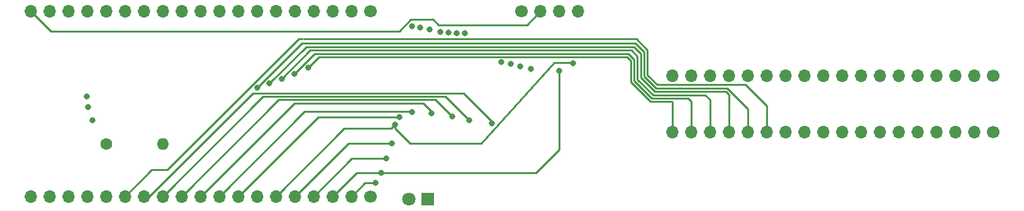
<source format=gbr>
%TF.GenerationSoftware,KiCad,Pcbnew,(6.0.6)*%
%TF.CreationDate,2022-07-10T22:52:01+02:00*%
%TF.ProjectId,ESP32_DevKit_C_v4-AZDelivery_Breadboard_Adapter,45535033-325f-4446-9576-4b69745f435f,rev?*%
%TF.SameCoordinates,Original*%
%TF.FileFunction,Copper,L2,Inr*%
%TF.FilePolarity,Positive*%
%FSLAX46Y46*%
G04 Gerber Fmt 4.6, Leading zero omitted, Abs format (unit mm)*
G04 Created by KiCad (PCBNEW (6.0.6)) date 2022-07-10 22:52:01*
%MOMM*%
%LPD*%
G01*
G04 APERTURE LIST*
%TA.AperFunction,ComponentPad*%
%ADD10C,1.800000*%
%TD*%
%TA.AperFunction,ComponentPad*%
%ADD11R,1.800000X1.800000*%
%TD*%
%TA.AperFunction,ComponentPad*%
%ADD12O,1.600000X1.600000*%
%TD*%
%TA.AperFunction,ComponentPad*%
%ADD13C,1.600000*%
%TD*%
%TA.AperFunction,ComponentPad*%
%ADD14O,1.700000X1.700000*%
%TD*%
%TA.AperFunction,ComponentPad*%
%ADD15C,1.700000*%
%TD*%
%TA.AperFunction,ViaPad*%
%ADD16C,0.800000*%
%TD*%
%TA.AperFunction,Conductor*%
%ADD17C,0.250000*%
%TD*%
G04 APERTURE END LIST*
D10*
%TO.N,Net-(D1-Pad2)*%
%TO.C,D1*%
X127060000Y-80190000D03*
D11*
%TO.N,GND*%
X129600000Y-80190000D03*
%TD*%
D12*
%TO.N,Net-(D1-Pad2)*%
%TO.C,R1*%
X93970000Y-72690000D03*
D13*
%TO.N,GPIO2*%
X86350000Y-72690000D03*
%TD*%
D14*
%TO.N,GPIO21*%
%TO.C,J5*%
X149860000Y-54790000D03*
%TO.N,GPIO22*%
X147320000Y-54790000D03*
%TO.N,+5V*%
X144780000Y-54790000D03*
D15*
%TO.N,GND*%
X142240000Y-54790000D03*
%TD*%
%TO.N,GND*%
%TO.C,J4*%
X205740000Y-71120000D03*
D14*
%TO.N,GPIO23*%
X203200000Y-71120000D03*
%TO.N,GPIO22*%
X200660000Y-71120000D03*
%TO.N,GPIO1*%
X198120000Y-71120000D03*
%TO.N,GPIO3*%
X195580000Y-71120000D03*
%TO.N,GPIO21*%
X193040000Y-71120000D03*
%TO.N,GPIO19*%
X190500000Y-71120000D03*
%TO.N,GPIO18*%
X187960000Y-71120000D03*
%TO.N,GPIO5*%
X185420000Y-71120000D03*
%TO.N,GPIO17*%
X182880000Y-71120000D03*
%TO.N,GPIO16*%
X180340000Y-71120000D03*
%TO.N,GPIO4*%
X177800000Y-71120000D03*
%TO.N,GPIO0*%
X175260000Y-71120000D03*
%TO.N,GPIO2*%
X172720000Y-71120000D03*
%TO.N,GPIO15*%
X170180000Y-71120000D03*
%TO.N,GPIO8*%
X167640000Y-71120000D03*
%TO.N,GPIO7*%
X165100000Y-71120000D03*
%TO.N,GPIO6*%
X162560000Y-71120000D03*
%TD*%
D15*
%TO.N,+3.3V*%
%TO.C,J3*%
X205740000Y-63500000D03*
D14*
%TO.N,RESET*%
X203200000Y-63500000D03*
%TO.N,GPIO36*%
X200660000Y-63500000D03*
%TO.N,GPIO39*%
X198120000Y-63500000D03*
%TO.N,GPIO34*%
X195580000Y-63500000D03*
%TO.N,GPIO35*%
X193040000Y-63500000D03*
%TO.N,GPIO32*%
X190500000Y-63500000D03*
%TO.N,GPIO33*%
X187960000Y-63500000D03*
%TO.N,GPIO25*%
X185420000Y-63500000D03*
%TO.N,GPIO26*%
X182880000Y-63500000D03*
%TO.N,GPIO27*%
X180340000Y-63500000D03*
%TO.N,GPIO14*%
X177800000Y-63500000D03*
%TO.N,GPIO12*%
X175260000Y-63500000D03*
%TO.N,GPIO13*%
X172720000Y-63500000D03*
%TO.N,GPIO9*%
X170180000Y-63500000D03*
%TO.N,GPIO10*%
X167640000Y-63500000D03*
%TO.N,GPIO11*%
X165100000Y-63500000D03*
%TO.N,+5V*%
X162560000Y-63500000D03*
%TD*%
D15*
%TO.N,GND*%
%TO.C,J2*%
X121900000Y-79790000D03*
D14*
%TO.N,GPIO23*%
X119360000Y-79790000D03*
%TO.N,GPIO22*%
X116820000Y-79790000D03*
%TO.N,GPIO1*%
X114280000Y-79790000D03*
%TO.N,GPIO3*%
X111740000Y-79790000D03*
%TO.N,GPIO21*%
X109200000Y-79790000D03*
%TO.N,GND*%
X106660000Y-79790000D03*
%TO.N,GPIO19*%
X104120000Y-79790000D03*
%TO.N,GPIO18*%
X101580000Y-79790000D03*
%TO.N,GPIO5*%
X99040000Y-79790000D03*
%TO.N,GPIO17*%
X96500000Y-79790000D03*
%TO.N,GPIO16*%
X93960000Y-79790000D03*
%TO.N,GPIO4*%
X91420000Y-79790000D03*
%TO.N,GPIO0*%
X88880000Y-79790000D03*
%TO.N,GPIO2*%
X86340000Y-79790000D03*
%TO.N,GPIO15*%
X83800000Y-79790000D03*
%TO.N,GPIO8*%
X81260000Y-79790000D03*
%TO.N,GPIO7*%
X78720000Y-79790000D03*
%TO.N,GPIO6*%
X76180000Y-79790000D03*
%TD*%
D15*
%TO.N,+3.3V*%
%TO.C,J1*%
X121900000Y-54790000D03*
D14*
%TO.N,RESET*%
X119360000Y-54790000D03*
%TO.N,GPIO36*%
X116820000Y-54790000D03*
%TO.N,GPIO39*%
X114280000Y-54790000D03*
%TO.N,GPIO34*%
X111740000Y-54790000D03*
%TO.N,GPIO35*%
X109200000Y-54790000D03*
%TO.N,GPIO32*%
X106660000Y-54790000D03*
%TO.N,GPIO33*%
X104120000Y-54790000D03*
%TO.N,GPIO25*%
X101580000Y-54790000D03*
%TO.N,GPIO26*%
X99040000Y-54790000D03*
%TO.N,GPIO27*%
X96500000Y-54790000D03*
%TO.N,GPIO14*%
X93960000Y-54790000D03*
%TO.N,GPIO12*%
X91420000Y-54790000D03*
%TO.N,GND*%
X88880000Y-54790000D03*
%TO.N,GPIO13*%
X86340000Y-54790000D03*
%TO.N,GPIO9*%
X83800000Y-54790000D03*
%TO.N,GPIO10*%
X81260000Y-54790000D03*
%TO.N,GPIO11*%
X78720000Y-54790000D03*
%TO.N,+5V*%
X76180000Y-54790000D03*
%TD*%
D16*
%TO.N,GPIO21*%
X149200000Y-61790000D03*
%TO.N,GPIO22*%
X147300000Y-62775500D03*
%TO.N,GPIO12*%
X84501305Y-69491305D03*
%TO.N,GPIO13*%
X83900000Y-67690000D03*
%TO.N,GPIO9*%
X83737701Y-66252299D03*
%TO.N,GPIO14*%
X143470147Y-62519853D03*
%TO.N,GPIO27*%
X142107847Y-62182153D03*
%TO.N,GPIO26*%
X140795548Y-61894452D03*
%TO.N,GPIO25*%
X139534194Y-61657698D03*
%TO.N,GPIO33*%
X134617398Y-57765500D03*
%TO.N,GPIO32*%
X133514499Y-57706099D03*
%TO.N,GPIO35*%
X132396049Y-57612249D03*
%TO.N,GPIO34*%
X131274600Y-57515400D03*
%TO.N,GPIO39*%
X129912300Y-57177700D03*
%TO.N,GPIO36*%
X128599386Y-56939382D03*
%TO.N,RESET*%
X127462702Y-56827297D03*
%TO.N,GPIO6*%
X113511499Y-62401499D03*
%TO.N,GPIO7*%
X111699199Y-63189199D03*
%TO.N,GPIO8*%
X109936899Y-63926899D03*
%TO.N,GPIO15*%
X108324599Y-64514599D03*
%TO.N,GPIO2*%
X106712299Y-65102299D03*
%TO.N,GPIO4*%
X138271014Y-69914500D03*
%TO.N,GPIO16*%
X135200000Y-69464500D03*
%TO.N,GPIO17*%
X132900000Y-69014500D03*
%TO.N,GPIO5*%
X130100000Y-68564500D03*
%TO.N,GPIO18*%
X127524599Y-68414600D03*
%TO.N,GPIO19*%
X125852684Y-69061915D03*
%TO.N,GPIO21*%
X125248000Y-70090000D03*
%TO.N,GPIO3*%
X124798000Y-72590000D03*
%TO.N,GPIO1*%
X124073500Y-74690000D03*
%TO.N,GPIO22*%
X123349000Y-76590000D03*
%TO.N,GPIO23*%
X122624500Y-77990000D03*
%TD*%
D17*
%TO.N,GPIO21*%
X125248000Y-70590000D02*
X127248000Y-72590000D01*
X125248000Y-70090000D02*
X125248000Y-70590000D01*
X118400000Y-70590000D02*
X109200000Y-79790000D01*
X124748000Y-70590000D02*
X118400000Y-70590000D01*
X125248000Y-70090000D02*
X124748000Y-70590000D01*
X136849805Y-72590000D02*
X146600000Y-61690000D01*
%TO.N,GPIO4*%
X134425500Y-65840000D02*
X106100991Y-65840000D01*
X138271014Y-69685514D02*
X134425500Y-65840000D01*
X138271014Y-69914500D02*
X138271014Y-69685514D01*
X92150991Y-79790000D02*
X91420000Y-79790000D01*
X106100991Y-65840000D02*
X92150991Y-79790000D01*
%TO.N,GPIO21*%
X149100000Y-61690000D02*
X149200000Y-61790000D01*
X146600000Y-61690000D02*
X149100000Y-61690000D01*
X127248000Y-72590000D02*
X136849805Y-72590000D01*
%TO.N,GPIO22*%
X146600000Y-74190000D02*
X147300000Y-73490000D01*
X144200000Y-76590000D02*
X146600000Y-74190000D01*
X147300000Y-73490000D02*
X147300000Y-62775500D01*
X123349000Y-76590000D02*
X144200000Y-76590000D01*
%TO.N,+5V*%
X78880000Y-57490000D02*
X76180000Y-54790000D01*
X125774694Y-57490000D02*
X78880000Y-57490000D01*
X127374694Y-55890000D02*
X125774694Y-57490000D01*
X130400000Y-55890000D02*
X127374694Y-55890000D01*
X131100000Y-56590000D02*
X130400000Y-55890000D01*
X142980000Y-56590000D02*
X131100000Y-56590000D01*
X144780000Y-54790000D02*
X142980000Y-56590000D01*
%TO.N,GPIO6*%
X114979800Y-60933198D02*
X113511499Y-62401499D01*
X159611218Y-66983198D02*
X156950000Y-64321980D01*
X162500000Y-66983198D02*
X159611218Y-66983198D01*
X156456802Y-60933198D02*
X114979800Y-60933198D01*
X162560000Y-67043198D02*
X162500000Y-66983198D01*
X156950000Y-61426396D02*
X156456802Y-60933198D01*
X162560000Y-71120000D02*
X162560000Y-67043198D01*
X156950000Y-64321980D02*
X156950000Y-61426396D01*
%TO.N,GPIO7*%
X157400000Y-61240000D02*
X156643198Y-60483198D01*
X159797614Y-66533198D02*
X157400000Y-64135584D01*
X156643198Y-60483198D02*
X114405200Y-60483198D01*
X164700000Y-66533198D02*
X159797614Y-66533198D01*
X157400000Y-64135584D02*
X157400000Y-61240000D01*
X114405200Y-60483198D02*
X111699199Y-63189199D01*
X165100000Y-66933198D02*
X164700000Y-66533198D01*
X165100000Y-71120000D02*
X165100000Y-66933198D01*
%TO.N,GPIO0*%
X159200000Y-59990000D02*
X157700000Y-58490000D01*
X159200000Y-63390000D02*
X159200000Y-59990000D01*
X160500000Y-64690000D02*
X159200000Y-63390000D01*
X172400000Y-64690000D02*
X160500000Y-64690000D01*
X175260000Y-67550000D02*
X172400000Y-64690000D01*
X157700000Y-58490000D02*
X112900000Y-58490000D01*
X175260000Y-71120000D02*
X175260000Y-67550000D01*
%TO.N,GPIO8*%
X113830600Y-60033198D02*
X109936899Y-63926899D01*
X159984010Y-66083198D02*
X157850000Y-63949188D01*
X167000000Y-66083198D02*
X159984010Y-66083198D01*
X157850000Y-63949188D02*
X157850000Y-60840000D01*
X157850000Y-60840000D02*
X157043198Y-60033198D01*
X167640000Y-66723198D02*
X167000000Y-66083198D01*
X157043198Y-60033198D02*
X113830600Y-60033198D01*
X167640000Y-71120000D02*
X167640000Y-66723198D01*
%TO.N,GPIO0*%
X92480000Y-76190000D02*
X88880000Y-79790000D01*
X94600000Y-76190000D02*
X92480000Y-76190000D01*
X112300000Y-58490000D02*
X94600000Y-76190000D01*
X112800000Y-58490000D02*
X112300000Y-58490000D01*
%TO.N,GPIO15*%
X157406802Y-59583198D02*
X113256000Y-59583198D01*
X113256000Y-59583198D02*
X108324599Y-64514599D01*
X158300000Y-60476396D02*
X157406802Y-59583198D01*
X158300000Y-61690000D02*
X158300000Y-60476396D01*
%TO.N,GPIO2*%
X112724598Y-59090000D02*
X106712299Y-65102299D01*
X148500000Y-59090000D02*
X112724598Y-59090000D01*
X157550000Y-59090000D02*
X148500000Y-59090000D01*
X158750000Y-60290000D02*
X157550000Y-59090000D01*
%TO.N,GPIO15*%
X158300000Y-63762792D02*
X158300000Y-61690000D01*
X169756802Y-65633198D02*
X160170406Y-65633198D01*
X160170406Y-65633198D02*
X158300000Y-63762792D01*
X170180000Y-66056396D02*
X169756802Y-65633198D01*
X170180000Y-71120000D02*
X170180000Y-66056396D01*
%TO.N,GPIO2*%
X158750000Y-63576396D02*
X158750000Y-60290000D01*
X160313604Y-65140000D02*
X158750000Y-63576396D01*
X169900000Y-65140000D02*
X160313604Y-65140000D01*
X172720000Y-67960000D02*
X169900000Y-65140000D01*
%TO.N,GPIO16*%
X107460000Y-66290000D02*
X93960000Y-79790000D01*
X132025500Y-66290000D02*
X107460000Y-66290000D01*
X135200000Y-69464500D02*
X132025500Y-66290000D01*
%TO.N,GPIO17*%
X130625500Y-66740000D02*
X109550000Y-66740000D01*
X109550000Y-66740000D02*
X96500000Y-79790000D01*
X132900000Y-69014500D02*
X130625500Y-66740000D01*
%TO.N,GPIO5*%
X111640000Y-67190000D02*
X99040000Y-79790000D01*
X129000000Y-67190000D02*
X111640000Y-67190000D01*
X130100000Y-68290000D02*
X129000000Y-67190000D01*
X130100000Y-68564500D02*
X130100000Y-68290000D01*
%TO.N,GPIO18*%
X113033085Y-68336915D02*
X101580000Y-79790000D01*
X127446914Y-68336915D02*
X113033085Y-68336915D01*
X127524599Y-68414600D02*
X127446914Y-68336915D01*
%TO.N,GPIO19*%
X114848085Y-69061915D02*
X104120000Y-79790000D01*
X125852684Y-69061915D02*
X114848085Y-69061915D01*
%TO.N,GPIO3*%
X118940000Y-72590000D02*
X111740000Y-79790000D01*
X124798000Y-72590000D02*
X118940000Y-72590000D01*
%TO.N,GPIO1*%
X119380000Y-74690000D02*
X114280000Y-79790000D01*
X124073500Y-74690000D02*
X119380000Y-74690000D01*
%TO.N,GPIO22*%
X120020000Y-76590000D02*
X116820000Y-79790000D01*
X123349000Y-76590000D02*
X120020000Y-76590000D01*
%TO.N,GPIO23*%
X121160000Y-77990000D02*
X119360000Y-79790000D01*
X122624500Y-77990000D02*
X121160000Y-77990000D01*
%TO.N,GPIO2*%
X172720000Y-71120000D02*
X172720000Y-67960000D01*
%TD*%
M02*

</source>
